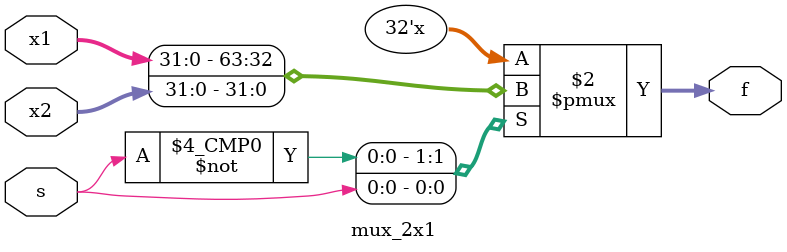
<source format=v>
`timescale 1ns / 1ps

module mux_2x1(
    input [31:0] x1,
    input [31:0] x2,
    input s,
    output reg [31:0] f
    ); 
    
    always @(x1, x2, s)
    begin
	
        case(s)
		    1'b0: f = x1;
            1'b1: f = x2;
            default : f = x1 ;
        endcase
    end
    
endmodule

</source>
